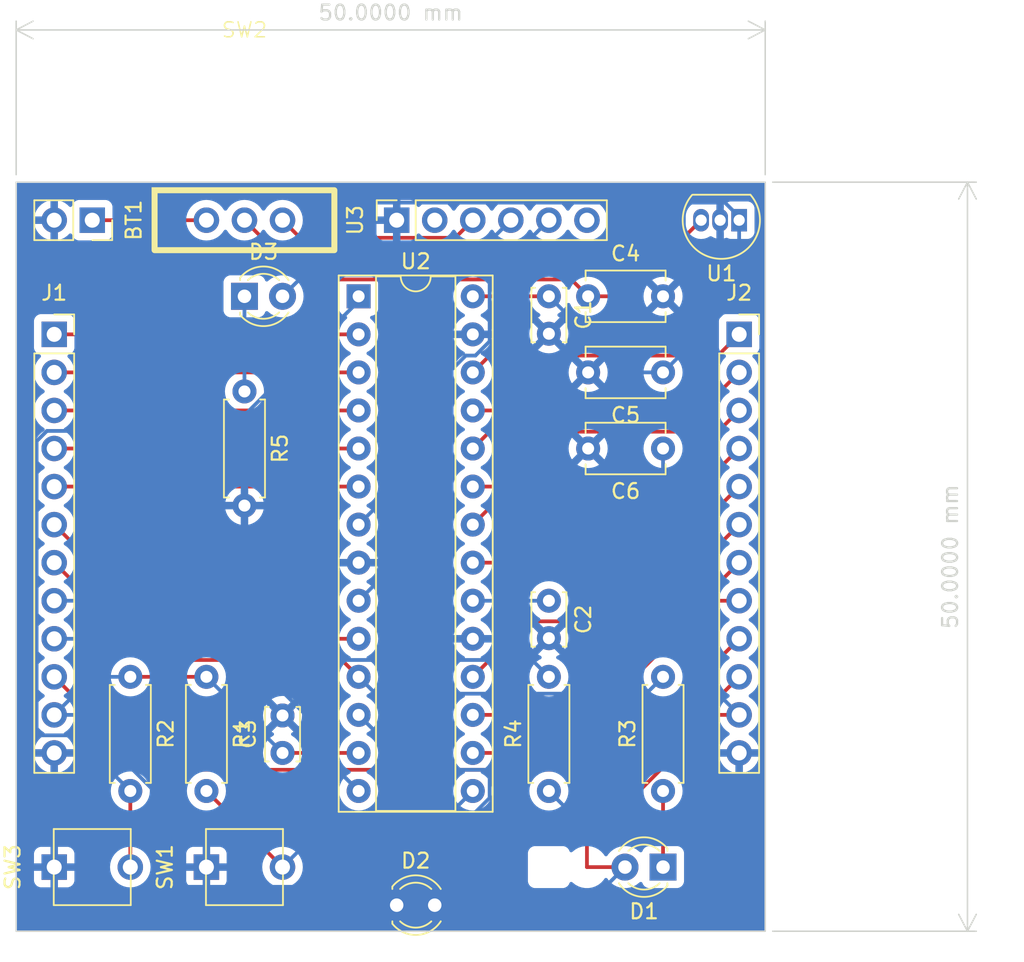
<source format=kicad_pcb>
(kicad_pcb (version 20221018) (generator pcbnew)
  (layers (0 "F.Cu" signal) (31 "B.Cu" signal) (34 "B.Paste" user) (35 "F.Paste" user) (36 "B.SilkS" user "B.Silkscreen") (37 "F.SilkS" user "F.Silkscreen") (38 "B.Mask" user) (39 "F.Mask" user) (44 "Edge.Cuts" user))
  (net 0 "")
  (net 1 "Net-(BT1-+)")
  (net 2 "GND")
  (net 3 "+3.3V")
  (net 4 "Net-(U2-VCAP)")
  (net 5 "Net-(SW2-B)")
  (net 6 "Net-(D1-K)")
  (net 7 "Net-(D2-K)")
  (net 8 "Net-(D3-K)")
  (net 9 "/A0")
  (net 10 "/A1")
  (net 11 "/B0")
  (net 12 "/B1")
  (net 13 "/B2")
  (net 14 "/A3")
  (net 15 "/GREEN")
  (net 16 "/YELLOW")
  (net 17 "/B6")
  (net 18 "/Vin")
  (net 19 "/B15")
  (net 20 "/B14")
  (net 21 "/B13")
  (net 22 "/B12")
  (net 23 "/B11")
  (net 24 "/B10")
  (net 25 "/B9")
  (net 26 "/B8")
  (net 27 "/B7")
  (net 28 "/USER")
  (net 29 "/MCLR")
  (net 30 "+5V")
  (net 31 "/U1TX")
  (net 32 "/U1RX")
  (footprint "Resistor_THT:R_Axial_DIN0207_L6.3mm_D2.5mm_P7.62mm_Horizontal" (layer "F.Cu") (at 139.7 109.22 -90)
    (fp_text reference "R1" (at 3.81 -2.37 90) (layer "F.SilkS"))
    (fp_text value "10k")
    (fp_line (start 0.54 -1.37) (end 7.08 -1.37) (stroke (width 0.12)) (layer "F.SilkS"))
    (fp_line (start 0.54 -1.04) (end 0.54 -1.37) (stroke (width 0.12)) (layer "F.SilkS"))
    (fp_line (start 0.54 1.04) (end 0.54 1.37) (stroke (width 0.12)) (layer "F.SilkS"))
    (fp_line (start 0.54 1.37) (end 7.08 1.37) (stroke (width 0.12)) (layer "F.SilkS"))
    (fp_line (start 7.08 -1.37) (end 7.08 -1.04) (stroke (width 0.12)) (layer "F.SilkS"))
    (fp_line (start 7.08 1.37) (end 7.08 1.04) (stroke (width 0.12)) (layer "F.SilkS"))
    (pad "1" thru_hole circle (at 0 0 270) (size 1.6 1.6) (drill 0.8) (layers "*.Cu" "*.Mask") (net 3 "+3.3V"))
    (pad "2" thru_hole oval (at 7.62 0 270) (size 1.6 1.6) (drill 0.8) (layers "*.Cu" "*.Mask") (net 28 "/USER"))
  )
  (footprint "Resistor_THT:R_Axial_DIN0207_L6.3mm_D2.5mm_P7.62mm_Horizontal" (layer "F.Cu") (at 170.18 116.84 90)
    (fp_text reference "R3" (at 3.81 -2.37 90) (layer "F.SilkS"))
    (fp_text value "330")
    (fp_line (start 0.54 -1.37) (end 7.08 -1.37) (stroke (width 0.12)) (layer "F.SilkS"))
    (fp_line (start 0.54 -1.04) (end 0.54 -1.37) (stroke (width 0.12)) (layer "F.SilkS"))
    (fp_line (start 0.54 1.04) (end 0.54 1.37) (stroke (width 0.12)) (layer "F.SilkS"))
    (fp_line (start 0.54 1.37) (end 7.08 1.37) (stroke (width 0.12)) (layer "F.SilkS"))
    (fp_line (start 7.08 -1.37) (end 7.08 -1.04) (stroke (width 0.12)) (layer "F.SilkS"))
    (fp_line (start 7.08 1.37) (end 7.08 1.04) (stroke (width 0.12)) (layer "F.SilkS"))
    (pad "1" thru_hole circle (at 0 0 90) (size 1.6 1.6) (drill 0.8) (layers "*.Cu" "*.Mask") (net 6 "Net-(D1-K)"))
    (pad "2" thru_hole oval (at 7.62 0 90) (size 1.6 1.6) (drill 0.8) (layers "*.Cu" "*.Mask") (net 15 "/GREEN"))
  )
  (footprint "Capacitor_THT:C_Disc_D5.1mm_W3.2mm_P5.00mm" (layer "F.Cu") (at 165.18 83.82)
    (fp_text reference "C4" (at 2.5 -2.85) (layer "F.SilkS"))
    (fp_text value "1uF")
    (fp_line (start -0.17 -1.721) (end -0.17 -1.055) (stroke (width 0.12)) (layer "F.SilkS"))
    (fp_line (start -0.17 -1.721) (end 5.17 -1.721) (stroke (width 0.12)) (layer "F.SilkS"))
    (fp_line (start -0.17 1.055) (end -0.17 1.721) (stroke (width 0.12)) (layer "F.SilkS"))
    (fp_line (start -0.17 1.721) (end 5.17 1.721) (stroke (width 0.12)) (layer "F.SilkS"))
    (fp_line (start 5.17 -1.721) (end 5.17 -1.055) (stroke (width 0.12)) (layer "F.SilkS"))
    (fp_line (start 5.17 1.055) (end 5.17 1.721) (stroke (width 0.12)) (layer "F.SilkS"))
    (pad "1" thru_hole circle (at 0 0) (size 1.6 1.6) (drill 0.8) (layers "*.Cu" "*.Mask") (net 5 "Net-(SW2-B)"))
    (pad "2" thru_hole circle (at 5 0) (size 1.6 1.6) (drill 0.8) (layers "*.Cu" "*.Mask") (net 2 "GND"))
  )
  (footprint "Capacitor_THT:C_Disc_D5.1mm_W3.2mm_P5.00mm" (layer "F.Cu") (at 170.18 93.98 180)
    (fp_text reference "C6" (at 2.5 -2.85) (layer "F.SilkS"))
    (fp_text value "1uF")
    (fp_line (start -0.17 -1.721) (end -0.17 -1.055) (stroke (width 0.12)) (layer "F.SilkS"))
    (fp_line (start -0.17 -1.721) (end 5.17 -1.721) (stroke (width 0.12)) (layer "F.SilkS"))
    (fp_line (start -0.17 1.055) (end -0.17 1.721) (stroke (width 0.12)) (layer "F.SilkS"))
    (fp_line (start -0.17 1.721) (end 5.17 1.721) (stroke (width 0.12)) (layer "F.SilkS"))
    (fp_line (start 5.17 -1.721) (end 5.17 -1.055) (stroke (width 0.12)) (layer "F.SilkS"))
    (fp_line (start 5.17 1.055) (end 5.17 1.721) (stroke (width 0.12)) (layer "F.SilkS"))
    (pad "1" thru_hole circle (at 0 0 180) (size 1.6 1.6) (drill 0.8) (layers "*.Cu" "*.Mask") (net 3 "+3.3V"))
    (pad "2" thru_hole circle (at 5 0 180) (size 1.6 1.6) (drill 0.8) (layers "*.Cu" "*.Mask") (net 2 "GND"))
  )
  (footprint "Connector_PinSocket_2.54mm:PinSocket_1x06_P2.54mm_Vertical" (layer "F.Cu") (at 152.4 78.74 90)
    (fp_text reference "U3" (at 0 -2.77 90) (layer "F.SilkS"))
    (fp_text value "~")
    (fp_line (start -1.33 1.27) (end -1.33 14.03) (stroke (width 0.12)) (layer "F.SilkS"))
    (fp_line (start -1.33 1.27) (end 1.33 1.27) (stroke (width 0.12)) (layer "F.SilkS"))
    (fp_line (start -1.33 14.03) (end 1.33 14.03) (stroke (width 0.12)) (layer "F.SilkS"))
    (fp_line (start 0 -1.33) (end 1.33 -1.33) (stroke (width 0.12)) (layer "F.SilkS"))
    (fp_line (start 1.33 -1.33) (end 1.33 0) (stroke (width 0.12)) (layer "F.SilkS"))
    (fp_line (start 1.33 1.27) (end 1.33 14.03) (stroke (width 0.12)) (layer "F.SilkS"))
    (pad "1" thru_hole rect (at 0 0 90) (size 1.7 1.7) (drill 1) (layers "*.Cu" "*.Mask") (net 2 "GND"))
    (pad "2" thru_hole oval (at 0 2.54 90) (size 1.7 1.7) (drill 1) (layers "*.Cu" "*.Mask"))
    (pad "3" thru_hole oval (at 0 5.08 90) (size 1.7 1.7) (drill 1) (layers "*.Cu" "*.Mask") (net 30 "+5V"))
    (pad "4" thru_hole oval (at 0 7.62 90) (size 1.7 1.7) (drill 1) (layers "*.Cu" "*.Mask") (net 31 "/U1TX"))
    (pad "5" thru_hole oval (at 0 10.16 90) (size 1.7 1.7) (drill 1) (layers "*.Cu" "*.Mask") (net 32 "/U1RX"))
    (pad "6" thru_hole oval (at 0 12.7 90) (size 1.7 1.7) (drill 1) (layers "*.Cu" "*.Mask"))
  )
  (footprint "Resistor_THT:R_Axial_DIN0207_L6.3mm_D2.5mm_P7.62mm_Horizontal" (layer "F.Cu") (at 142.24 90.17 -90)
    (fp_text reference "R5" (at 3.81 -2.37 90) (layer "F.SilkS"))
    (fp_text value "330")
    (fp_line (start 0.54 -1.37) (end 7.08 -1.37) (stroke (width 0.12)) (layer "F.SilkS"))
    (fp_line (start 0.54 -1.04) (end 0.54 -1.37) (stroke (width 0.12)) (layer "F.SilkS"))
    (fp_line (start 0.54 1.04) (end 0.54 1.37) (stroke (width 0.12)) (layer "F.SilkS"))
    (fp_line (start 0.54 1.37) (end 7.08 1.37) (stroke (width 0.12)) (layer "F.SilkS"))
    (fp_line (start 7.08 -1.37) (end 7.08 -1.04) (stroke (width 0.12)) (layer "F.SilkS"))
    (fp_line (start 7.08 1.37) (end 7.08 1.04) (stroke (width 0.12)) (layer "F.SilkS"))
    (pad "1" thru_hole circle (at 0 0 270) (size 1.6 1.6) (drill 0.8) (layers "*.Cu" "*.Mask") (net 8 "Net-(D3-K)"))
    (pad "2" thru_hole oval (at 7.62 0 270) (size 1.6 1.6) (drill 0.8) (layers "*.Cu" "*.Mask") (net 2 "GND"))
  )
  (footprint "LED_THT:LED_D3.0mm" (layer "F.Cu") (at 170.18 121.92 180)
    (fp_text reference "D1" (at 1.27 -2.96) (layer "F.SilkS"))
    (fp_text value "GREEN")
    (fp_line (start -0.29 -1.236) (end -0.29 -1.08) (stroke (width 0.12)) (layer "F.SilkS"))
    (fp_line (start -0.29 1.08) (end -0.29 1.236) (stroke (width 0.12)) (layer "F.SilkS"))
    (fp_arc (start -0.29 -1.235516) (mid 1.366487 -1.987659) (end 2.942335 -1.078608) (stroke (width 0.12)) (layer "F.SilkS"))
    (fp_arc (start 0.229039 -1.08) (mid 1.270117 -1.5) (end 2.31113 -1.079837) (stroke (width 0.12)) (layer "F.SilkS"))
    (fp_arc (start 2.31113 1.079837) (mid 1.270117 1.5) (end 0.229039 1.08) (stroke (width 0.12)) (layer "F.SilkS"))
    (fp_arc (start 2.942335 1.078608) (mid 1.366487 1.987659) (end -0.29 1.235516) (stroke (width 0.12)) (layer "F.SilkS"))
    (pad "1" thru_hole rect (at 0 0 180) (size 1.8 1.8) (drill 0.9) (layers "*.Cu" "*.Mask") (net 6 "Net-(D1-K)"))
    (pad "2" thru_hole circle (at 2.54 0 180) (size 1.8 1.8) (drill 0.9) (layers "*.Cu" "*.Mask") (net 3 "+3.3V"))
  )
  (footprint "Connector_PinSocket_2.54mm:PinSocket_1x12_P2.54mm_Vertical" (layer "F.Cu") (at 129.54 86.36)
    (fp_text reference "J1" (at 0 -2.77) (layer "F.SilkS"))
    (fp_text value "Left")
    (fp_line (start -1.33 1.27) (end -1.33 29.27) (stroke (width 0.12)) (layer "F.SilkS"))
    (fp_line (start -1.33 1.27) (end 1.33 1.27) (stroke (width 0.12)) (layer "F.SilkS"))
    (fp_line (start -1.33 29.27) (end 1.33 29.27) (stroke (width 0.12)) (layer "F.SilkS"))
    (fp_line (start 0 -1.33) (end 1.33 -1.33) (stroke (width 0.12)) (layer "F.SilkS"))
    (fp_line (start 1.33 -1.33) (end 1.33 0) (stroke (width 0.12)) (layer "F.SilkS"))
    (fp_line (start 1.33 1.27) (end 1.33 29.27) (stroke (width 0.12)) (layer "F.SilkS"))
    (pad "1" thru_hole rect (at 0 0) (size 1.7 1.7) (drill 1) (layers "*.Cu" "*.Mask") (net 9 "/A0"))
    (pad "2" thru_hole oval (at 0 2.54) (size 1.7 1.7) (drill 1) (layers "*.Cu" "*.Mask") (net 10 "/A1"))
    (pad "3" thru_hole oval (at 0 5.08) (size 1.7 1.7) (drill 1) (layers "*.Cu" "*.Mask") (net 11 "/B0"))
    (pad "4" thru_hole oval (at 0 7.62) (size 1.7 1.7) (drill 1) (layers "*.Cu" "*.Mask") (net 12 "/B1"))
    (pad "5" thru_hole oval (at 0 10.16) (size 1.7 1.7) (drill 1) (layers "*.Cu" "*.Mask") (net 13 "/B2"))
    (pad "6" thru_hole oval (at 0 12.7) (size 1.7 1.7) (drill 1) (layers "*.Cu" "*.Mask") (net 14 "/A3"))
    (pad "7" thru_hole oval (at 0 15.24) (size 1.7 1.7) (drill 1) (layers "*.Cu" "*.Mask") (net 15 "/GREEN"))
    (pad "8" thru_hole oval (at 0 17.78) (size 1.7 1.7) (drill 1) (layers "*.Cu" "*.Mask") (net 16 "/YELLOW"))
    (pad "9" thru_hole oval (at 0 20.32) (size 1.7 1.7) (drill 1) (layers "*.Cu" "*.Mask") (net 17 "/B6"))
    (pad "10" thru_hole oval (at 0 22.86) (size 1.7 1.7) (drill 1) (layers "*.Cu" "*.Mask") (net 18 "/Vin"))
    (pad "11" thru_hole oval (at 0 25.4) (size 1.7 1.7) (drill 1) (layers "*.Cu" "*.Mask") (net 3 "+3.3V"))
    (pad "12" thru_hole oval (at 0 27.94) (size 1.7 1.7) (drill 1) (layers "*.Cu" "*.Mask") (net 2 "GND"))
  )
  (footprint "Capacitor_THT:C_Disc_D3.4mm_W2.1mm_P2.50mm" (layer "F.Cu") (at 162.56 104.14 -90)
    (fp_text reference "C2" (at 1.25 -2.3 90) (layer "F.SilkS"))
    (fp_text value "1uF")
    (fp_line (start -0.57 -1.17) (end -0.57 -0.925) (stroke (width 0.12)) (layer "F.SilkS"))
    (fp_line (start -0.57 -1.17) (end 3.07 -1.17) (stroke (width 0.12)) (layer "F.SilkS"))
    (fp_line (start -0.57 0.925) (end -0.57 1.17) (stroke (width 0.12)) (layer "F.SilkS"))
    (fp_line (start -0.57 1.17) (end 3.07 1.17) (stroke (width 0.12)) (layer "F.SilkS"))
    (fp_line (start 3.07 -1.17) (end 3.07 -0.925) (stroke (width 0.12)) (layer "F.SilkS"))
    (fp_line (start 3.07 0.925) (end 3.07 1.17) (stroke (width 0.12)) (layer "F.SilkS"))
    (pad "1" thru_hole circle (at 0 0 270) (size 1.6 1.6) (drill 0.8) (layers "*.Cu" "*.Mask") (net 4 "Net-(U2-VCAP)"))
    (pad "2" thru_hole circle (at 2.5 0 270) (size 1.6 1.6) (drill 0.8) (layers "*.Cu" "*.Mask") (net 2 "GND"))
  )
  (footprint "PIC32_Board:PinSocket_1x03_P2.54mm_Vertical" (layer "F.Cu") (at 129.54 121.92 90)
    (fp_text reference "SW3" (at 0 -2.77 90) (layer "F.SilkS"))
    (fp_text value "MCLR")
    (fp_line (start -2.54 -0.03) (end -2.54 5.11) (stroke (width 0.12)) (layer "F.SilkS"))
    (fp_line (start -2.54 -0.03) (end 2.54 -0.03) (stroke (width 0.12)) (layer "F.SilkS"))
    (fp_line (start -2.54 5.11) (end 2.54 5.11) (stroke (width 0.12)) (layer "F.SilkS"))
    (fp_line (start 2.54 -0.03) (end 2.54 5.11) (stroke (width 0.12)) (layer "F.SilkS"))
    (pad "1" thru_hole rect (at 0 0 90) (size 1.7 1.7) (drill 1) (layers "*.Cu" "*.Mask") (net 2 "GND"))
    (pad "2" thru_hole oval (at 0 5.08 90) (size 1.7 1.7) (drill 1) (layers "*.Cu" "*.Mask") (net 29 "/MCLR"))
  )
  (footprint "Package_TO_SOT_THT:TO-92L_Inline" (layer "F.Cu") (at 175.26 78.74 180)
    (fp_text reference "U1" (at 1.19 -3.56) (layer "F.SilkS"))
    (fp_text value "AP7381-33V")
    (fp_line (start -0.75 1.7) (end 3.1 1.7) (stroke (width 0.12)) (layer "F.SilkS"))
    (fp_arc (start -0.75 1.7) (mid 1.183448 -2.579449) (end 3.138611 1.690122) (stroke (width 0.12)) (layer "F.SilkS"))
    (pad "1" thru_hole rect (at 0 0 180) (size 1.05 1.5) (drill 0.75) (layers "*.Cu" "*.Mask") (net 3 "+3.3V"))
    (pad "2" thru_hole oval (at 1.27 0 180) (size 1.05 1.5) (drill 0.75) (layers "*.Cu" "*.Mask") (net 2 "GND"))
    (pad "3" thru_hole oval (at 2.54 0 180) (size 1.05 1.5) (drill 0.75) (layers "*.Cu" "*.Mask") (net 5 "Net-(SW2-B)"))
  )
  (footprint "Capacitor_THT:C_Disc_D3.4mm_W2.1mm_P2.50mm" (layer "F.Cu") (at 162.56 83.82 -90)
    (fp_text reference "C1" (at 1.25 -2.3 90) (layer "F.SilkS"))
    (fp_text value "0.1uF")
    (fp_line (start -0.57 -1.17) (end -0.57 -0.925) (stroke (width 0.12)) (layer "F.SilkS"))
    (fp_line (start -0.57 -1.17) (end 3.07 -1.17) (stroke (width 0.12)) (layer "F.SilkS"))
    (fp_line (start -0.57 0.925) (end -0.57 1.17) (stroke (width 0.12)) (layer "F.SilkS"))
    (fp_line (start -0.57 1.17) (end 3.07 1.17) (stroke (width 0.12)) (layer "F.SilkS"))
    (fp_line (start 3.07 -1.17) (end 3.07 -0.925) (stroke (width 0.12)) (layer "F.SilkS"))
    (fp_line (start 3.07 0.925) (end 3.07 1.17) (stroke (width 0.12)) (layer "F.SilkS"))
    (pad "1" thru_hole circle (at 0 0 270) (size 1.6 1.6) (drill 0.8) (layers "*.Cu" "*.Mask") (net 3 "+3.3V"))
    (pad "2" thru_hole circle (at 2.5 0 270) (size 1.6 1.6) (drill 0.8) (layers "*.Cu" "*.Mask") (net 2 "GND"))
  )
  (footprint "Resistor_THT:R_Axial_DIN0207_L6.3mm_D2.5mm_P7.62mm_Horizontal" (layer "F.Cu") (at 162.56 116.84 90)
    (fp_text reference "R4" (at 3.81 -2.37 90) (layer "F.SilkS"))
    (fp_text value "330")
    (fp_line (start 0.54 -1.37) (end 7.08 -1.37) (stroke (width 0.12)) (layer "F.SilkS"))
    (fp_line (start 0.54 -1.04) (end 0.54 -1.37) (stroke (width 0.12)) (layer "F.SilkS"))
    (fp_line (start 0.54 1.04) (end 0.54 1.37) (stroke (width 0.12)) (layer "F.SilkS"))
    (fp_line (start 0.54 1.37) (end 7.08 1.37) (stroke (width 0.12)) (layer "F.SilkS"))
    (fp_line (start 7.08 -1.37) (end 7.08 -1.04) (stroke (width 0.12)) (layer "F.SilkS"))
    (fp_line (start 7.08 1.37) (end 7.08 1.04) (stroke (width 0.12)) (layer "F.SilkS"))
    (pad "1" thru_hole circle (at 0 0 90) (size 1.6 1.6) (drill 0.8) (layers "*.Cu" "*.Mask") (net 7 "Net-(D2-K)"))
    (pad "2" thru_hole oval (at 7.62 0 90) (size 1.6 1.6) (drill 0.8) (layers "*.Cu" "*.Mask") (net 16 "/YELLOW"))
  )
  (footprint "PIC32_Board:PinSocket_1x03_P2.54mm_Vertical" (layer "F.Cu") (at 139.7 121.92 90)
    (fp_text reference "SW1" (at 0 -2.77 90) (layer "F.SilkS"))
    (fp_text value "USER")
    (fp_line (start -2.54 -0.03) (end -2.54 5.11) (stroke (width 0.12)) (layer "F.SilkS"))
    (fp_line (start -2.54 -0.03) (end 2.54 -0.03) (stroke (width 0.12)) (layer "F.SilkS"))
    (fp_line (start -2.54 5.11) (end 2.54 5.11) (stroke (width 0.12)) (layer "F.SilkS"))
    (fp_line (start 2.54 -0.03) (end 2.54 5.11) (stroke (width 0.12)) (layer "F.SilkS"))
    (pad "1" thru_hole rect (at 0 0 90) (size 1.7 1.7) (drill 1) (layers "*.Cu" "*.Mask") (net 2 "GND"))
    (pad "2" thru_hole oval (at 0 5.08 90) (size 1.7 1.7) (drill 1) (layers "*.Cu" "*.Mask") (net 28 "/USER"))
  )
  (footprint "Connector_PinSocket_2.54mm:PinSocket_1x12_P2.54mm_Vertical" (layer "F.Cu") (at 175.26 86.36)
    (fp_text reference "J2" (at 0 -2.77) (layer "F.SilkS"))
    (fp_text value "RIGHT")
    (fp_line (start -1.33 1.27) (end -1.33 29.27) (stroke (width 0.12)) (layer "F.SilkS"))
    (fp_line (start -1.33 1.27) (end 1.33 1.27) (stroke (width 0.12)) (layer "F.SilkS"))
    (fp_line (start -1.33 29.27) (end 1.33 29.27) (stroke (width 0.12)) (layer "F.SilkS"))
    (fp_line (start 0 -1.33) (end 1.33 -1.33) (stroke (width 0.12)) (layer "F.SilkS"))
    (fp_line (start 1.33 -1.33) (end 1.33 0) (stroke (width 0.12)) (layer "F.SilkS"))
    (fp_line (start 1.33 1.27) (end 1.33 29.27) (stroke (width 0.12)) (layer "F.SilkS"))
    (pad "1" thru_hole rect (at 0 0) (size 1.7 1.7) (drill 1) (layers "*.Cu" "*.Mask") (net 19 "/B15"))
    (pad "2" thru_hole oval (at 0 2.54) (size 1.7 1.7) (drill 1) (layers "*.Cu" "*.Mask") (net 20 "/B14"))
    (pad "3" thru_hole oval (at 0 5.08) (size 1.7 1.7) (drill 1) (layers "*.Cu" "*.Mask") (net 21 "/B13"))
    (pad "4" thru_hole oval (at 0 7.62) (size 1.7 1.7) (drill 1) (layers "*.Cu" "*.Mask") (net 22 "/B12"))
    (pad "5" thru_hole oval (at 0 10.16) (size 1.7 1.7) (drill 1) (layers "*.Cu" "*.Mask") (net 23 "/B11"))
    (pad "6" thru_hole oval (at 0 12.7) (size 1.7 1.7) (drill 1) (layers "*.Cu" "*.Mask") (net 24 "/B10"))
    (pad "7" thru_hole oval (at 0 15.24) (size 1.7 1.7) (drill 1) (layers "*.Cu" "*.Mask") (net 25 "/B9"))
    (pad "8" thru_hole oval (at 0 17.78) (size 1.7 1.7) (drill 1) (layers "*.Cu" "*.Mask") (net 26 "/B8"))
    (pad "9" thru_hole oval (at 0 20.32) (size 1.7 1.7) (drill 1) (layers "*.Cu" "*.Mask") (net 27 "/B7"))
    (pad "10" thru_hole oval (at 0 22.86) (size 1.7 1.7) (drill 1) (layers "*.Cu" "*.Mask") (net 18 "/Vin"))
    (pad "11" thru_hole oval (at 0 25.4) (size 1.7 1.7) (drill 1) (layers "*.Cu" "*.Mask") (net 3 "+3.3V"))
    (pad "12" thru_hole oval (at 0 27.94) (size 1.7 1.7) (drill 1) (layers "*.Cu" "*.Mask") (net 2 "GND"))
  )
  (footprint "LED_THT:LED_D3.0mm" (layer "F.Cu") (at 142.24 83.82)
    (fp_text reference "D3" (at 1.27 -2.96) (layer "F.SilkS"))
    (fp_text value "RED")
    (fp_line (start -0.29 -1.236) (end -0.29 -1.08) (stroke (width 0.12)) (layer "F.SilkS"))
    (fp_line (start -0.29 1.08) (end -0.29 1.236) (stroke (width 0.12)) (layer "F.SilkS"))
    (fp_arc (start -0.29 -1.235516) (mid 1.366487 -1.987659) (end 2.942335 -1.078608) (stroke (width 0.12)) (layer "F.SilkS"))
    (fp_arc (start 0.229039 -1.08) (mid 1.270117 -1.5) (end 2.31113 -1.079837) (stroke (width 0.12)) (layer "F.SilkS"))
    (fp_arc (start 2.31113 1.079837) (mid 1.270117 1.5) (end 0.229039 1.08) (stroke (width 0.12)) (layer "F.SilkS"))
    (fp_arc (start 2.942335 1.078608) (mid 1.366487 1.987659) (end -0.29 1.235516) (stroke (width 0.12)) (layer "F.SilkS"))
    (pad "1" thru_hole rect (at 0 0) (size 1.8 1.8) (drill 0.9) (layers "*.Cu" "*.Mask") (net 8 "Net-(D3-K)"))
    (pad "2" thru_hole circle (at 2.54 0) (size 1.8 1.8) (drill 0.9) (layers "*.Cu" "*.Mask") (net 3 "+3.3V"))
  )
  (footprint "LED_THT:LED_D3.0mm" (layer "F.Cu") (at 152.4 124.46)
    (fp_text reference "D2" (at 1.27 -2.96) (layer "F.SilkS"))
    (fp_text value "YELLOW")
    (fp_line (start -0.29 -1.236) (end -0.29 -1.08) (stroke (width 0.12)) (layer "F.SilkS"))
    (fp_line (start -0.29 1.08) (end -0.29 1.236) (stroke (width 0.12)) (layer "F.SilkS"))
    (fp_arc (start -0.29 -1.235516) (mid 1.366487 -1.987659) (end 2.942335 -1.078608) (stroke (width 0.12)) (layer "F.SilkS"))
    (fp_arc (start 0.229039 -1.08) (mid 1.270117 -1.5) (end 2.31113 -1.079837) (stroke (width 0.12)) (layer "F.SilkS"))
    (fp_arc (start 2.31113 1.079837) (mid 1.270117 1.5) (end 0.229039 1.08) (stroke (width 0.12)) (layer "F.SilkS"))
    (fp_arc (start 2.942335 1.078608) (mid 1.366487 1.987659) (end -0.29 1.235516) (stroke (width 0.12)) (layer "F.SilkS"))
    (pad "1" thru_hole rect (at 0 0) (size 1.8 1.8) (drill 0.9) (layers "*.Cu" "*.Mask") (net 7 "Net-(D2-K)"))
    (pad "2" thru_hole circle (at 2.54 0) (size 1.8 1.8) (drill 0.9) (layers "*.Cu" "*.Mask") (net 3 "+3.3V"))
  )
  (footprint "Resistor_THT:R_Axial_DIN0207_L6.3mm_D2.5mm_P7.62mm_Horizontal" (layer "F.Cu") (at 134.62 109.22 -90)
    (fp_text reference "R2" (at 3.81 -2.37 90) (layer "F.SilkS"))
    (fp_text value "10k")
    (fp_line (start 0.54 -1.37) (end 7.08 -1.37) (stroke (width 0.12)) (layer "F.SilkS"))
    (fp_line (start 0.54 -1.04) (end 0.54 -1.37) (stroke (width 0.12)) (layer "F.SilkS"))
    (fp_line (start 0.54 1.04) (end 0.54 1.37) (stroke (width 0.12)) (layer "F.SilkS"))
    (fp_line (start 0.54 1.37) (end 7.08 1.37) (stroke (width 0.12)) (layer "F.SilkS"))
    (fp_line (start 7.08 -1.37) (end 7.08 -1.04) (stroke (width 0.12)) (layer "F.SilkS"))
    (fp_line (start 7.08 1.37) (end 7.08 1.04) (stroke (width 0.12)) (layer "F.SilkS"))
    (pad "1" thru_hole circle (at 0 0 270) (size 1.6 1.6) (drill 0.8) (layers "*.Cu" "*.Mask") (net 3 "+3.3V"))
    (pad "2" thru_hole oval (at 7.62 0 270) (size 1.6 1.6) (drill 0.8) (layers "*.Cu" "*.Mask") (net 29 "/MCLR"))
  )
  (footprint "Capacitor_THT:C_Disc_D5.1mm_W3.2mm_P5.00mm" (layer "F.Cu") (at 170.18 88.9 180)
    (fp_text reference "C5" (at 2.5 -2.85) (layer "F.SilkS"))
    (fp_text value "1uF")
    (fp_line (start -0.17 -1.721) (end -0.17 -1.055) (stroke (width 0.12)) (layer "F.SilkS"))
    (fp_line (start -0.17 -1.721) (end 5.17 -1.721) (stroke (width 0.12)) (layer "F.SilkS"))
    (fp_line (start -0.17 1.055) (end -0.17 1.721) (stroke (width 0.12)) (layer "F.SilkS"))
    (fp_line (start -0.17 1.721) (end 5.17 1.721) (stroke (width 0.12)) (layer "F.SilkS"))
    (fp_line (start 5.17 -1.721) (end 5.17 -1.055) (stroke (width 0.12)) (layer "F.SilkS"))
    (fp_line (start 5.17 1.055) (end 5.17 1.721) (stroke (width 0.12)) (layer "F.SilkS"))
    (pad "1" thru_hole circle (at 0 0 180) (size 1.6 1.6) (drill 0.8) (layers "*.Cu" "*.Mask") (net 3 "+3.3V"))
    (pad "2" thru_hole circle (at 5 0 180) (size 1.6 1.6) (drill 0.8) (layers "*.Cu" "*.Mask") (net 2 "GND"))
  )
  (footprint "PIC32_Board:Slide_ba-usb" (layer "F.Cu") (at 142.24 78.74)
    (fp_text reference "SW2" (at 0 -12.7 unlocked) (layer "F.SilkS") (effects (font (thickness 0.1))))
    (fp_text value "SW_Slide")
    (fp_rect (start -6 -2) (end 6 2) (stroke (width 0.4)) (fill none) (layer "F.SilkS"))
    (pad "1" thru_hole circle (at -2.54 0) (size 1.7 1.7) (drill 1) (layers "*.Cu" "*.Mask") (net 1 "Net-(BT1-+)"))
    (pad "2" thru_hole circle (at 0 0) (size 1.7 1.7) (drill 1) (layers "*.Cu" "*.Mask") (net 5 "Net-(SW2-B)"))
    (pad "3" thru_hole circle (at 2.54 0) (size 1.7 1.7) (drill 1) (layers "*.Cu" "*.Mask") (net 30 "+5V"))
  )
  (footprint "Package_DIP:DIP-28_W7.62mm_Socket" (layer "F.Cu") (at 149.86 83.82)
    (fp_text reference "U2" (at 3.81 -2.33) (layer "F.SilkS"))
    (fp_text value "~")
    (fp_line (start -1.33 -1.39) (end -1.33 34.41) (stroke (width 0.12)) (layer "F.SilkS"))
    (fp_line (start -1.33 34.41) (end 8.95 34.41) (stroke (width 0.12)) (layer "F.SilkS"))
    (fp_line (start 1.16 -1.33) (end 1.16 34.35) (stroke (width 0.12)) (layer "F.SilkS"))
    (fp_line (start 1.16 34.35) (end 6.46 34.35) (stroke (width 0.12)) (layer "F.SilkS"))
    (fp_line (start 2.81 -1.33) (end 1.16 -1.33) (stroke (width 0.12)) (layer "F.SilkS"))
    (fp_line (start 6.46 -1.33) (end 4.81 -1.33) (stroke (width 0.12)) (layer "F.SilkS"))
    (fp_line (start 6.46 34.35) (end 6.46 -1.33) (stroke (width 0.12)) (layer "F.SilkS"))
    (fp_line (start 8.95 -1.39) (end -1.33 -1.39) (stroke (width 0.12)) (layer "F.SilkS"))
    (fp_line (start 8.95 34.41) (end 8.95 -1.39) (stroke (width 0.12)) (layer "F.SilkS"))
    (fp_arc (start 4.81 -1.33) (mid 3.81 -0.33) (end 2.81 -1.33) (stroke (width 0.12)) (layer "F.SilkS"))
    (pad "1" thru_hole rect (at 0 0) (size 1.6 1.6) (drill 0.8) (layers "*.Cu" "*.Mask") (net 29 "/MCLR"))
    (pad "2" thru_hole oval (at 0 2.54) (size 1.6 1.6) (drill 0.8) (layers "*.Cu" "*.Mask") (net 9 "/A0"))
    (pad "3" thru_hole oval (at 0 5.08) (size 1.6 1.6) (drill 0.8) (layers "*.Cu" "*.Mask") (net 10 "/A1"))
    (pad "4" thru_hole oval (at 0 7.62) (size 1.6 1.6) (drill 0.8) (layers "*.Cu" "*.Mask") (net 11 "/B0"))
    (pad "5" thru_hole oval (at 0 10.16) (size 1.6 1.6) (drill 0.8) (layers "*.Cu" "*.Mask") (net 12 "/B1"))
    (pad "6" thru_hole oval (at 0 12.7) (size 1.6 1.6) (drill 0.8) (layers "*.Cu" "*.Mask") (net 13 "/B2"))
    (pad "7" thru_hole oval (at 0 15.24) (size 1.6 1.6) (drill 0.8) (layers "*.Cu" "*.Mask") (net 31 "/U1TX"))
    (pad "8" thru_hole oval (at 0 17.78) (size 1.6 1.6) (drill 0.8) (layers "*.Cu" "*.Mask") (net 2 "GND"))
    (pad "9" thru_hole oval (at 0 20.32) (size 1.6 1.6) (drill 0.8) (layers "*.Cu" "*.Mask") (net 32 "/U1RX"))
    (pad "10" thru_hole oval (at 0 22.86) (size 1.6 1.6) (drill 0.8) (layers "*.Cu" "*.Mask") (net 14 "/A3"))
    (pad "11" thru_hole oval (at 0 25.4) (size 1.6 1.6) (drill 0.8) (layers "*.Cu" "*.Mask") (net 15 "/GREEN"))
    (pad "12" thru_hole oval (at 0 27.94) (size 1.6 1.6) (drill 0.8) (layers "*.Cu" "*.Mask") (net 28 "/USER"))
    (pad "13" thru_hole oval (at 0 30.48) (size 1.6 1.6) (drill 0.8) (layers "*.Cu" "*.Mask") (net 3 "+3.3V"))
    (pad "14" thru_hole oval (at 0 33.02) (size 1.6 1.6) (drill 0.8) (layers "*.Cu" "*.Mask") (net 16 "/YELLOW"))
    (pad "15" thru_hole oval (at 7.62 33.02) (size 1.6 1.6) (drill 0.8) (layers "*.Cu" "*.Mask") (net 17 "/B6"))
    (pad "16" thru_hole oval (at 7.62 30.48) (size 1.6 1.6) (drill 0.8) (layers "*.Cu" "*.Mask") (net 27 "/B7"))
    (pad "17" thru_hole oval (at 7.62 27.94) (size 1.6 1.6) (drill 0.8) (layers "*.Cu" "*.Mask") (net 26 "/B8"))
    (pad "18" thru_hole oval (at 7.62 25.4) (size 1.6 1.6) (drill 0.8) (layers "*.Cu" "*.Mask") (net 25 "/B9"))
    (pad "19" thru_hole oval (at 7.62 22.86) (size 1.6 1.6) (drill 0.8) (layers "*.Cu" "*.Mask") (net 2 "GND"))
    (pad "20" thru_hole oval (at 7.62 20.32) (size 1.6 1.6) (drill 0.8) (layers "*.Cu" "*.Mask") (net 4 "Net-(U2-VCAP)"))
    (pad "21" thru_hole oval (at 7.62 17.78) (size 1.6 1.6) (drill 0.8) (layers "*.Cu" "*.Mask") (net 24 "/B10"))
    (pad "22" thru_hole oval (at 7.62 15.24) (size 1.6 1.6) (drill 0.8) (layers "*.Cu" "*.Mask") (net 23 "/B11"))
    (pad "23" thru_hole oval (at 7.62 12.7) (size 1.6 1.6) (drill 0.8) (layers "*.Cu" "*.Mask") (net 22 "/B12"))
    (pad "24" thru_hole oval (at 7.62 10.16) (size 1.6 1.6) (drill 0.8) (layers "*.Cu" "*.Mask") (net 21 "/B13"))
    (pad "25" thru_hole oval (at 7.62 7.62) (size 1.6 1.6) (drill 0.8) (layers "*.Cu" "*.Mask") (net 20 "/B14"))
    (pad "26" thru_hole oval (at 7.62 5.08) (size 1.6 1.6) (drill 0.8) (layers "*.Cu" "*.Mask") (net 19 "/B15"))
    (pad "27" thru_hole oval (at 7.62 2.54) (size 1.6 1.6) (drill 0.8) (layers "*.Cu" "*.Mask") (net 2 "GND"))
    (pad "28" thru_hole oval (at 7.62 0) (size 1.6 1.6) (drill 0.8) (layers "*.Cu" "*.Mask") (net 3 "+3.3V"))
  )
  (footprint "Capacitor_THT:C_Disc_D3.4mm_W2.1mm_P2.50mm" (layer "F.Cu") (at 144.78 114.3 90)
    (fp_text reference "C3" (at 1.25 -2.3 90) (layer "F.SilkS"))
    (fp_text value "0.1uF")
    (fp_line (start -0.57 -1.17) (end -0.57 -0.925) (stroke (width 0.12)) (layer "F.SilkS"))
    (fp_line (start -0.57 -1.17) (end 3.07 -1.17) (stroke (width 0.12)) (layer "F.SilkS"))
    (fp_line (start -0.57 0.925) (end -0.57 1.17) (stroke (width 0.12)) (layer "F.SilkS"))
    (fp_line (start -0.57 1.17) (end 3.07 1.17) (stroke (width 0.12)) (layer "F.SilkS"))
    (fp_line (start 3.07 -1.17) (end 3.07 -0.925) (stroke (width 0.12)) (layer "F.SilkS"))
    (fp_line (start 3.07 0.925) (end 3.07 1.17) (stroke (width 0.12)) (layer "F.SilkS"))
    (pad "1" thru_hole circle (at 0 0 90) (size 1.6 1.6) (drill 0.8) (layers "*.Cu" "*.Mask") (net 3 "+3.3V"))
    (pad "2" thru_hole circle (at 2.5 0 90) (size 1.6 1.6) (drill 0.8) (layers "*.Cu" "*.Mask") (net 2 "GND"))
  )
  (footprint "Connector_PinSocket_2.54mm:PinSocket_1x02_P2.54mm_Vertical" (layer "F.Cu") (at 132.08 78.74 -90)
    (fp_text reference "BT1" (at 0 -2.77 90) (layer "F.SilkS"))
    (fp_text value "Battery")
    (fp_line (start -1.33 1.27) (end -1.33 3.87) (stroke (width 0.12)) (layer "F.SilkS"))
    (fp_line (start -1.33 1.27) (end 1.33 1.27) (stroke (width 0.12)) (layer "F.SilkS"))
    (fp_line (start -1.33 3.87) (end 1.33 3.87) (stroke (width 0.12)) (layer "F.SilkS"))
    (fp_line (start 0 -1.33) (end 1.33 -1.33) (stroke (width 0.12)) (layer "F.SilkS"))
    (fp_line (start 1.33 -1.33) (end 1.33 0) (stroke (width 0.12)) (layer "F.SilkS"))
    (fp_line (start 1.33 1.27) (end 1.33 3.87) (stroke (width 0.12)) (layer "F.SilkS"))
    (pad "1" thru_hole rect (at 0 0 270) (size 1.7 1.7) (drill 1) (layers "*.Cu" "*.Mask") (net 1 "Net-(BT1-+)"))
    (pad "2" thru_hole oval (at 0 2.54 270) (size 1.7 1.7) (drill 1) (layers "*.Cu" "*.Mask") (net 2 "GND"))
  )
  (gr_rect (start 127 76.2) (end 177 126.2) (stroke (width 0.1)) (fill none) (layer "Edge.Cuts"))
  (dimension (type aligned) (layer "Edge.Cuts") (pts (xy 127 76.2) (xy 177 76.2)) (height -10.16) (gr_text "50.0000 mm" (at 152 64.89) (layer "Edge.Cuts") (effects (font (size 1 1) (thickness 0.15)))) (format (prefix "") (suffix "") (units 3) (units_format 1) (precision 4)) (style (thickness 0.1) (arrow_length 1.27) (text_position_mode 0) (extension_height 0.58642) (extension_offset 0.5) keep_text_aligned))
  (dimension (type aligned) (layer "Edge.Cuts") (pts (xy 177 76.2) (xy 177 126.2)) (height -13.5) (gr_text "50.0000 mm" (at 189.35 101.2 90) (layer "Edge.Cuts") (effects (font (size 1 1) (thickness 0.15)))) (format (prefix "") (suffix "") (units 3) (units_format 1) (precision 4)) (style (thickness 0.1) (arrow_length 1.27) (text_position_mode 0) (extension_height 0.58642) (extension_offset 0.5) keep_text_aligned))
  (segment (start 132.08 78.74) (end 139.7 78.74) (width 0.25) (layer "F.Cu") (net 1))
  (segment (start 165.1 121.92) (end 167.64 121.92) (width 0.25) (layer "F.Cu") (net 3))
  (segment (start 165.1 121.92) (end 165.1 120.329009) (width 0.25) (layer "F.Cu") (net 3))
  (segment (start 162.56 83.82) (end 157.48 83.82) (width 0.25) (layer "F.Cu") (net 3))
  (segment (start 134.62 109.22) (end 139.7 109.22) (width 0.25) (layer "F.Cu") (net 3))
  (segment (start 165.1 120.329009) (end 173.669009 111.76) (width 0.25) (layer "F.Cu") (net 3))
  (segment (start 173.669009 111.76) (end 175.26 111.76) (width 0.25) (layer "F.Cu") (net 3))
  (segment (start 149.86 114.3) (end 144.78 114.3) (width 0.25) (layer "F.Cu") (net 3))
  (segment (start 144.78 83.82) (end 151.035 77.565) (width 0.25) (layer "B.Cu") (net 3))
  (segment (start 170.18 106.68) (end 170.18 93.98) (width 0.25) (layer "B.Cu") (net 3))
  (segment (start 174.31 77.565) (end 175.26 78.515) (width 0.25) (layer "B.Cu") (net 3))
  (segment (start 131.130991 111.76) (end 129.54 111.76) (width 0.25) (layer "B.Cu") (net 3))
  (segment (start 167.64 88.9) (end 162.56 83.82) (width 0.25) (layer "B.Cu") (net 3))
  (segment (start 137.16 123.235) (end 137.16 117.789009) (width 0.25) (layer "B.Cu") (net 3))
  (segment (start 175.26 83.82) (end 175.26 78.74) (width 0.25) (layer "B.Cu") (net 3))
  (segment (start 170.18 88.9) (end 175.26 83.82) (width 0.25) (layer "B.Cu") (net 3))
  (segment (start 153.715 123.235) (end 137.16 123.235) (width 0.25) (layer "B.Cu") (net 3))
  (segment (start 129.54 111.76) (end 132.08 109.22) (width 0.25) (layer "B.Cu") (net 3))
  (segment (start 139.7 109.22) (end 144.78 114.3) (width 0.25) (layer "B.Cu") (net 3))
  (segment (start 175.26 78.515) (end 175.26 78.74) (width 0.25) (layer "B.Cu") (net 3))
  (segment (start 154.94 124.46) (end 165.1 124.46) (width 0.25) (layer "B.Cu") (net 3))
  (segment (start 170.18 88.9) (end 167.64 88.9) (width 0.25) (layer "B.Cu") (net 3))
  (segment (start 151.035 77.565) (end 174.31 77.565) (width 0.25) (layer "B.Cu") (net 3))
  (segment (start 154.94 124.46) (end 153.715 123.235) (width 0.25) (layer "B.Cu") (net 3))
  (segment (start 137.16 117.789009) (end 131.130991 111.76) (width 0.25) (layer "B.Cu") (net 3))
  (segment (start 175.26 111.76) (end 170.18 106.68) (width 0.25) (layer "B.Cu") (net 3))
  (segment (start 132.08 109.22) (end 134.62 109.22) (width 0.25) (layer "B.Cu") (net 3))
  (segment (start 165.1 124.46) (end 167.64 121.92) (width 0.25) (layer "B.Cu") (net 3))
  (segment (start 162.56 104.14) (end 157.48 104.14) (width 0.25) (layer "B.Cu") (net 4))
  (segment (start 167.64 83.82) (end 172.72 78.74) (width 0.25) (layer "F.Cu") (net 5))
  (segment (start 165.18 83.82) (end 167.64 83.82) (width 0.25) (layer "F.Cu") (net 5))
  (segment (start 146.195 82.695) (end 164.055 82.695) (width 0.25) (layer "F.Cu") (net 5))
  (segment (start 142.24 78.74) (end 146.195 82.695) (width 0.25) (layer "F.Cu") (net 5))
  (segment (start 164.055 82.695) (end 165.18 83.82) (width 0.25) (layer "F.Cu") (net 5))
  (segment (start 170.18 121.92) (end 170.18 116.84) (width 0.25) (layer "F.Cu") (net 6))
  (segment (start 152.4 124.46) (end 153.625 125.685) (width 0.25) (layer "B.Cu") (net 7))
  (segment (start 165.1 119.38) (end 162.56 116.84) (width 0.25) (layer "B.Cu") (net 7))
  (segment (start 172.72 119.38) (end 165.1 119.38) (width 0.25) (layer "B.Cu") (net 7))
  (segment (start 153.625 125.685) (end 171.495 125.685) (width 0.25) (layer "B.Cu") (net 7))
  (segment (start 172.72 124.46) (end 172.72 119.38) (width 0.25) (layer "B.Cu") (net 7))
  (segment (start 171.495 125.685) (end 172.72 124.46) (width 0.25) (layer "B.Cu") (net 7))
  (segment (start 142.24 90.17) (end 142.24 83.82) (width 0.25) (layer "B.Cu") (net 8))
  (segment (start 129.54 86.36) (end 149.86 86.36) (width 0.25) (layer "F.Cu") (net 9))
  (segment (start 129.54 88.9) (end 149.86 88.9) (width 0.25) (layer "F.Cu") (net 10))
  (segment (start 129.54 91.44) (end 149.86 91.44) (width 0.25) (layer "F.Cu") (net 11))
  (segment (start 129.54 93.98) (end 149.86 93.98) (width 0.25) (layer "F.Cu") (net 12))
  (segment (start 129.54 96.52) (end 149.86 96.52) (width 0.25) (layer "F.Cu") (net 13))
  (segment (start 137.16 106.68) (end 149.86 106.68) (width 0.25) (layer "F.Cu") (net 14))
  (segment (start 129.54 99.06) (end 137.16 106.68) (width 0.25) (layer "F.Cu") (net 14))
  (segment (start 129.54 101.6) (end 136.035 108.095) (width 0.25) (layer "F.Cu") (net 15))
  (segment (start 148.735 108.095) (end 149.86 109.22) (width 0.25) (layer "F.Cu") (net 15))
  (segment (start 136.035 108.095) (end 148.735 108.095) (width 0.25) (layer "F.Cu") (net 15))
  (segment (start 169.055 110.345) (end 150.985 110.345) (width 0.25) (layer "B.Cu") (net 15))
  (segment (start 150.985 110.345) (end 149.86 109.22) (width 0.25) (layer "B.Cu") (net 15))
  (segment (start 170.18 109.22) (end 169.055 110.345) (width 0.25) (layer "B.Cu") (net 15))
  (segment (start 162.56 109.22) (end 161.435 108.095) (width 0.25) (layer "B.Cu") (net 16))
  (segment (start 148.735 115.715) (end 149.86 116.84) (width 0.25) (layer "B.Cu") (net 16))
  (segment (start 147.32 114.3) (end 149.86 116.84) (width 0.25) (layer "B.Cu") (net 16))
  (segment (start 161.435 108.095) (end 142.665991 108.095) (width 0.25) (layer "B.Cu") (net 16))
  (segment (start 129.54 104.14) (end 138.710991 104.14) (width 0.25) (layer "B.Cu") (net 16))
  (segment (start 142.665991 108.095) (end 138.710991 104.14) (width 0.25) (layer "B.Cu") (net 16))
  (segment (start 147.32 112.749009) (end 147.32 114.3) (width 0.25) (layer "B.Cu") (net 16))
  (segment (start 138.710991 104.14) (end 147.32 112.749009) (width 0.25) (layer "B.Cu") (net 16))
  (segment (start 129.54 106.68) (end 134.62 106.68) (width 0.25) (layer "B.Cu") (net 17))
  (segment (start 154.94 119.38) (end 157.48 116.84) (width 0.25) (layer "B.Cu") (net 17))
  (segment (start 147.32 119.38) (end 154.94 119.38) (width 0.25) (layer "B.Cu") (net 17))
  (segment (start 134.62 106.68) (end 147.32 119.38) (width 0.25) (layer "B.Cu") (net 17))
  (segment (start 169.055 115.425) (end 175.26 109.22) (width 0.25) (layer "F.Cu") (net 18))
  (segment (start 129.54 109.22) (end 135.745 115.425) (width 0.25) (layer "F.Cu") (net 18))
  (segment (start 135.745 115.425) (end 169.055 115.425) (width 0.25) (layer "F.Cu") (net 18))
  (segment (start 158.605 87.775) (end 173.845 87.775) (width 0.25) (layer "F.Cu") (net 19))
  (segment (start 157.48 88.9) (end 158.605 87.775) (width 0.25) (layer "F.Cu") (net 19))
  (segment (start 173.845 87.775) (end 175.26 86.36) (width 0.25) (layer "F.Cu") (net 19))
  (segment (start 157.48 91.44) (end 172.72 91.44) (width 0.25) (layer "F.Cu") (net 20))
  (segment (start 172.72 91.44) (end 175.26 88.9) (width 0.25) (layer "F.Cu") (net 20))
  (segment (start 158.605 92.855) (end 173.845 92.855) (width 0.25) (layer "F.Cu") (net 21))
  (segment (start 173.845 92.855) (end 175.26 91.44) (width 0.25) (layer "F.Cu") (net 21))
  (segment (start 157.48 93.98) (end 158.605 92.855) (width 0.25) (layer "F.Cu") (net 21))
  (segment (start 157.48 96.52) (end 172.72 96.52) (width 0.25) (layer "F.Cu") (net 22))
  (segment (start 172.72 96.52) (end 175.26 93.98) (width 0.25) (layer "F.Cu") (net 22))
  (segment (start 157.48 99.06) (end 158.935 97.605) (width 0.25) (layer "F.Cu") (net 23))
  (segment (start 174.175 97.605) (end 175.26 96.52) (width 0.25) (layer "F.Cu") (net 23))
  (segment (start 158.935 97.605) (end 174.175 97.605) (width 0.25) (layer "F.Cu") (net 23))
  (segment (start 172.72 101.6) (end 175.26 99.06) (width 0.25) (layer "F.Cu") (net 24))
  (segment (start 157.48 101.6) (end 172.72 101.6) (width 0.25) (layer "F.Cu") (net 24))
  (segment (start 161.185 105.515) (end 171.345 105.515) (width 0.25) (layer "F.Cu") (net 25))
  (segment (start 157.48 109.22) (end 161.185 105.515) (width 0.25) (layer "F.Cu") (net 25))
  (segment (start 171.345 105.515) (end 175.26 101.6) (width 0.25) (layer "F.Cu") (net 25))
  (segment (start 157.48 111.76) (end 165.736396 111.76) (width 0.25) (layer "F.Cu") (net 26))
  (segment (start 165.736396 111.76) (end 173.356396 104.14) (width 0.25) (layer "F.Cu") (net 26))
  (segment (start 173.356396 104.14) (end 175.26 104.14) (width 0.25) (layer "F.Cu") (net 26))
  (segment (start 167.64 114.3) (end 175.26 106.68) (width 0.25) (layer "F.Cu") (net 27))
  (segment (start 157.48 114.3) (end 167.64 114.3) (width 0.25) (layer "F.Cu") (net 27))
  (segment (start 144.78 121.92) (end 139.7 116.84) (width 0.25) (layer "F.Cu") (net 28))
  (segment (start 156.080991 119.83) (end 158.605 117.305991) (width 0.25) (layer "B.Cu") (net 28))
  (segment (start 153.525 115.425) (end 149.86 111.76) (width 0.25) (layer "B.Cu") (net 28))
  (segment (start 144.78 121.92) (end 146.87 119.83) (width 0.25) (layer "B.Cu") (net 28))
  (segment (start 158.605 115.424999) (end 153.525 115.425) (width 0.25) (layer "B.Cu") (net 28))
  (segment (start 158.605 117.305991) (end 158.605 115.424999) (width 0.25) (layer "B.Cu") (net 28))
  (segment (start 146.87 119.83) (end 156.080991 119.83) (width 0.25) (layer "B.Cu") (net 28))
  (segment (start 134.62 121.92) (end 134.62 116.84) (width 0.25) (layer "F.Cu") (net 29))
  (segment (start 128.65 113.125) (end 128.365 112.84) (width 0.25) (layer "B.Cu") (net 29))
  (segment (start 130.905 113.125) (end 128.65 113.125) (width 0.25) (layer "B.Cu") (net 29))
  (segment (start 129.053299 92.805) (end 141.195991 92.805) (width 0.25) (layer "B.Cu") (net 29))
  (segment (start 128.365 112.84) (end 128.365 93.493299) (width 0.25) (layer "B.Cu") (net 29))
  (segment (start 128.365 93.493299) (end 129.053299 92.805) (width 0.25) (layer "B.Cu") (net 29))
  (segment (start 141.195991 92.805) (end 149.86 84.140991) (width 0.25) (layer "B.Cu") (net 29))
  (segment (start 149.86 84.140991) (end 149.86 83.82) (width 0.25) (layer "B.Cu") (net 29))
  (segment (start 134.62 116.84) (end 130.905 113.125) (width 0.25) (layer "B.Cu") (net 29))
  (segment (start 156.305 79.915) (end 157.48 78.74) (width 0.25) (layer "F.Cu") (net 30))
  (segment (start 144.78 78.74) (end 145.955 79.915) (width 0.25) (layer "F.Cu") (net 30))
  (segment (start 145.955 79.915) (end 156.305 79.915) (width 0.25) (layer "F.Cu") (net 30))
  (segment (start 149.86 99.06) (end 155.615 93.305) (width 0.25) (layer "B.Cu") (net 31))
  (segment (start 155.615 93.305) (end 155.615 83.145) (width 0.25) (layer "B.Cu") (net 31))
  (segment (start 155.615 83.145) (end 160.02 78.74) (width 0.25) (layer "B.Cu") (net 31))
  (segment (start 158.605 82.695) (end 162.56 78.74) (width 0.25) (layer "B.Cu") (net 32))
  (segment (start 158.605 86.825991) (end 158.605 82.695) (width 0.25) (layer "B.Cu") (net 32))
  (segment (start 156.065 88.724009) (end 157.014009 87.775) (width 0.25) (layer "B.Cu") (net 32))
  (segment (start 149.86 104.14) (end 156.065 97.935) (width 0.25) (layer "B.Cu") (net 32))
  (segment (start 156.065 97.935) (end 156.065 88.724009) (width 0.25) (layer "B.Cu") (net 32))
  (segment (start 157.014009 87.775) (end 157.655991 87.775) (width 0.25) (layer "B.Cu") (net 32))
  (segment (start 157.655991 87.775) (end 158.605 86.825991) (width 0.25) (layer "B.Cu") (net 32))
  (zone (net 2) (net_name "GND") (layer "B.Cu") (connect_pads (clearance 0.5)) (min_thickness 0.25) (fill yes (thermal_gap 0.5) (thermal_bridge_width 0.5))
    (polygon (pts (xy 127 76.2) (xy 177.8 76.2) (xy 177.8 127) (xy 127 127)))
  )
)
</source>
